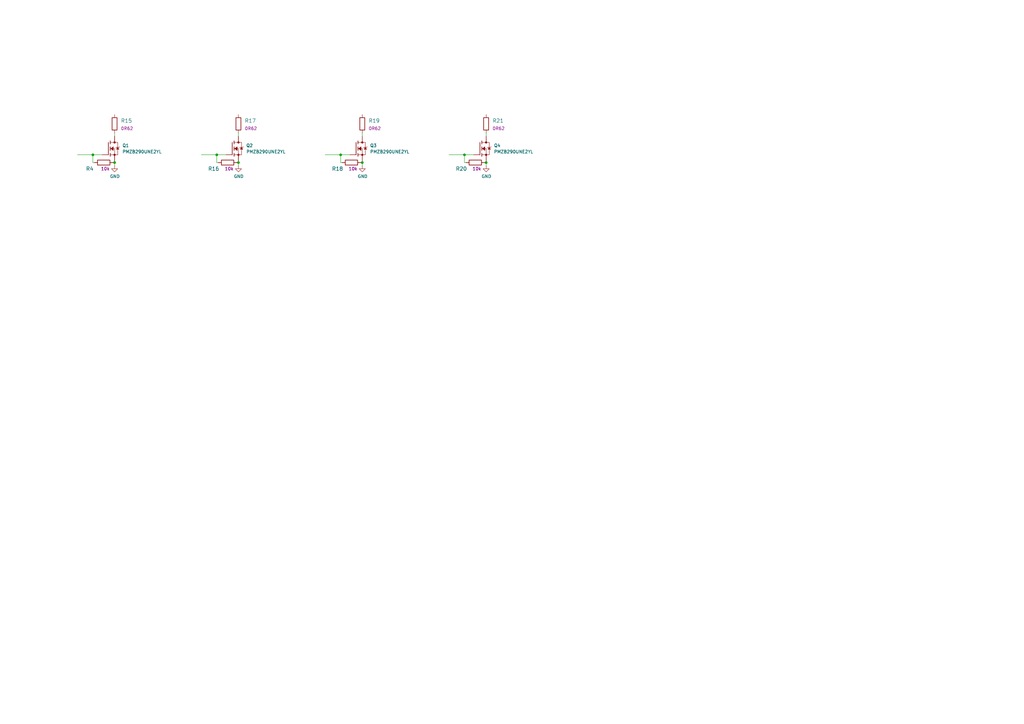
<source format=kicad_sch>
(kicad_sch (version 20211123) (generator eeschema)
  (paper "A3")
  (lib_symbols
    (symbol "antmicroResistors0402:R_10k_0402" (pin_names (offset 0))
      (property "Reference" "R" (at -1.397 3.429 0))
      (property "Val" "10k" (at 0 -2.54 0))
      (symbol "R_10k_0402_1_1"
        (rectangle (start 2.54 -1.016) (end -2.54 1.016) (stroke (width 0.254)))
        (pin passive line (at -3.81 0 0) (length 1.27) (name "~") (number "1"))
        (pin passive line (at 3.81 0 180) (length 1.27) (name "~") (number "2"))
      )
    )
    (symbol "antmicroResistors0603:R_0R62_0603" (pin_names (offset 0))
      (property "Reference" "R" (at -1.397 3.429 0))
      (property "Val" "0R62" (at 0 -2.54 0))
      (symbol "R_0R62_0603_1_1"
        (rectangle (start 2.54 -1.016) (end -2.54 1.016) (stroke (width 0.254)))
        (pin passive line (at -3.81 0 0) (length 1.27) (name "~") (number "1"))
        (pin passive line (at 3.81 0 180) (length 1.27) (name "~") (number "2"))
      )
    )
    (symbol "antmicroTransistorsFETsMOSFETsSingle:PMZB290UNE2YL" (pin_numbers hide) (pin_names (offset 1.016) hide)
      (property "Reference" "Q" (at 6.35 5.08 0))
      (property "Value" "PMZB290UNE2YL" (at 13.97 1.27 0))
      (symbol "PMZB290UNE2YL_0_0"
        (polyline (pts (xy 0 2.54) (xy 0 -2.54)) (stroke (width 0.254)))
        (polyline (pts (xy 0.762 -2.54) (xy 0.762 -3.175)) (stroke (width 0.254)))
        (polyline (pts (xy 0.762 -1.905) (xy 0.762 -2.54)) (stroke (width 0.254)))
        (polyline (pts (xy 0.762 0) (xy 0.762 -0.762)) (stroke (width 0.254)))
        (polyline (pts (xy 0.762 0) (xy 2.54 0)) (stroke (width 0.1524)))
        (polyline (pts (xy 0.762 0.762) (xy 0.762 0)) (stroke (width 0.254)))
        (polyline (pts (xy 0.762 2.54) (xy 0.762 1.905)) (stroke (width 0.254)))
        (polyline (pts (xy 0.762 2.54) (xy 3.81 2.54)) (stroke (width 0.1524)))
        (polyline (pts (xy 0.762 3.175) (xy 0.762 2.54)) (stroke (width 0.254)))
        (polyline (pts (xy 2.032 -0.762) (xy 1.0668 -0.0508)))
        (polyline (pts (xy 2.54 -2.54) (xy 0.762 -2.54)) (stroke (width 0.1524)))
        (polyline (pts (xy 2.54 -2.54) (xy 3.81 -2.54)) (stroke (width 0.1524)))
        (polyline (pts (xy 2.54 0) (xy 2.54 -2.54)) (stroke (width 0.1524)))
        (polyline (pts (xy 3.302 0.508) (xy 3.048 0.254)) (stroke (width 0.1524)))
        (polyline (pts (xy 3.81 0.508) (xy 3.302 0.508)) (stroke (width 0.1524)))
        (polyline (pts (xy 3.81 0.508) (xy 3.81 -2.54)) (stroke (width 0.1524)))
        (polyline (pts (xy 3.81 2.54) (xy 3.81 0.508)) (stroke (width 0.1524)))
        (polyline (pts (xy 4.318 0.508) (xy 3.81 0.508)) (stroke (width 0.1524)))
        (polyline (pts (xy 4.3434 -0.254) (xy 3.8608 0.4318)))
        (polyline (pts (xy 4.572 0.762) (xy 4.318 0.508)) (stroke (width 0.1524)))
        (polyline (pts (xy 1.016 0) (xy 2.032 0.762) (xy 2.032 -0.762)) (stroke (width 0.1524)) (fill (type outline)))
        (polyline (pts (xy 3.81 0.508) (xy 3.302 -0.254) (xy 4.318 -0.254)) (stroke (width 0.1524)) (fill (type outline)))
        (circle (center 2.54 -2.54) (radius 0.3556) (fill (type outline)))
        (circle (center 2.54 2.54) (radius 0.3556) (fill (type outline)))
        (pin passive line (at -2.54 -2.54 0) (length 2.54) (name "G") (number "1"))
        (pin passive line (at 2.54 -5.08 90) (length 2.54) (name "S") (number "2"))
        (pin passive line (at 2.54 5.08 270) (length 2.54) (name "D") (number "3"))
      )
    )
    (symbol "power:GND" (power) (pin_names (offset 0))
      (property "Value" "GND" (at 0 -3.81 0))
      (symbol "GND_0_1"
        (polyline (pts (xy 0 0) (xy 0 -1.27) (xy 1.27 -1.27) (xy 0 -2.54) (xy -1.27 -1.27) (xy 0 -1.27)))
      )
      (symbol "GND_1_1"
        (pin power_in line (at 0 0 270) (length 0) hide (name "GND") (number "1"))
      )
    )
  )
  (junction (at 190.5 63.5))
  (junction (at 148.59 66.675))
  (junction (at 46.99 66.675))
  (junction (at 38.1 63.5))
  (junction (at 97.79 66.675))
  (junction (at 139.7 63.5))
  (junction (at 199.39 66.675))
  (junction (at 88.9 63.5))
  (wire (pts (xy 148.59 54.61) (xy 148.59 55.88)))
  (wire (pts (xy 133.35 63.5) (xy 139.7 63.5)))
  (wire (pts (xy 184.15 63.5) (xy 190.5 63.5)))
  (wire (pts (xy 97.79 66.675) (xy 97.79 67.945)))
  (wire (pts (xy 148.59 66.675) (xy 148.59 66.04)))
  (wire (pts (xy 148.59 66.675) (xy 148.59 67.945)))
  (wire (pts (xy 46.99 54.61) (xy 46.99 55.88)))
  (wire (pts (xy 38.1 63.5) (xy 38.1 66.675)))
  (wire (pts (xy 191.135 66.675) (xy 190.5 66.675)))
  (wire (pts (xy 97.79 66.675) (xy 97.79 66.04)))
  (wire (pts (xy 140.335 66.675) (xy 139.7 66.675)))
  (wire (pts (xy 38.735 66.675) (xy 38.1 66.675)))
  (wire (pts (xy 88.9 63.5) (xy 88.9 66.675)))
  (wire (pts (xy 88.9 63.5) (xy 92.71 63.5)))
  (wire (pts (xy 97.155 66.675) (xy 97.79 66.675)))
  (wire (pts (xy 38.1 63.5) (xy 41.91 63.5)))
  (wire (pts (xy 199.39 66.675) (xy 199.39 67.945)))
  (wire (pts (xy 190.5 63.5) (xy 190.5 66.675)))
  (wire (pts (xy 198.755 66.675) (xy 199.39 66.675)))
  (wire (pts (xy 46.99 66.675) (xy 46.99 67.945)))
  (wire (pts (xy 82.55 63.5) (xy 88.9 63.5)))
  (wire (pts (xy 31.75 63.5) (xy 38.1 63.5)))
  (wire (pts (xy 46.99 66.675) (xy 46.99 66.04)))
  (wire (pts (xy 190.5 63.5) (xy 194.31 63.5)))
  (wire (pts (xy 147.955 66.675) (xy 148.59 66.675)))
  (wire (pts (xy 199.39 66.675) (xy 199.39 66.04)))
  (wire (pts (xy 46.355 66.675) (xy 46.99 66.675)))
  (wire (pts (xy 139.7 63.5) (xy 143.51 63.5)))
  (wire (pts (xy 199.39 54.61) (xy 199.39 55.88)))
  (wire (pts (xy 139.7 63.5) (xy 139.7 66.675)))
  (wire (pts (xy 89.535 66.675) (xy 88.9 66.675)))
  (wire (pts (xy 97.79 54.61) (xy 97.79 55.88)))
  (symbol (lib_id "antmicroTransistorsFETsMOSFETsSingle:PMZB290UNE2YL") (at 95.25 60.96 0) (unit 1)
    (property "Reference" "Q2" (at 100.965 59.6899 0) (effects (justify left)))
    (property "Value" "PMZB290UNE2YL" (at 100.965 62.2299 0) (effects (justify left)))
    (property "Footprint" "antmicro-footprints:SOT-883" (effects hide))
    (property "Datasheet" "https://d1d2qsbl8m0m72.cloudfront.net/en/products/databook/datasheet/discrete/transistor/mosfet/rv1c002un-e.pdf" (effects hide))
    (property "MPN" "PMZB290UNE2YL" (effects hide))
    (property "Manufacturer" "Nexperia" (effects hide))
  )
  (symbol (lib_id "antmicroResistors0402:R_10k_0402") (at 93.345 66.675 180) (unit 1)
    (property "Reference" "R16" (at 87.63 69.215 0) (effects (font (size 1.524 1.524))))
    (property "Value" "R_10k_0402" (effects hide))
    (property "Footprint" "antmicro-footprints:0402-res" (effects hide))
    (property "Manufacturer" "VISHAY" (effects hide))
    (property "MPN" "CRCW040210K0FKEDHP" (effects hide))
    (property "Val" "10k" (at 93.98 69.215 0))
  )
  (symbol (lib_id "power:GND") (at 148.59 67.945 0) (unit 1)
    (property "Reference" "#PWR0147" (effects hide))
    (property "Value" "GND" (at 148.717 72.3392 0))
  )
  (symbol (lib_id "antmicroTransistorsFETsMOSFETsSingle:PMZB290UNE2YL") (at 196.85 60.96 0) (unit 1)
    (property "Reference" "Q4" (at 202.565 59.6899 0) (effects (justify left)))
    (property "Value" "PMZB290UNE2YL" (at 202.565 62.2299 0) (effects (justify left)))
    (property "Footprint" "antmicro-footprints:SOT-883" (effects hide))
    (property "Datasheet" "https://d1d2qsbl8m0m72.cloudfront.net/en/products/databook/datasheet/discrete/transistor/mosfet/rv1c002un-e.pdf" (effects hide))
    (property "MPN" "PMZB290UNE2YL" (effects hide))
    (property "Manufacturer" "Nexperia" (effects hide))
  )
  (symbol (lib_id "power:GND") (at 97.79 67.945 0) (unit 1)
    (property "Reference" "#PWR0145" (effects hide))
    (property "Value" "GND" (at 97.917 72.3392 0))
  )
  (symbol (lib_id "antmicroResistors0603:R_0R62_0603") (at 46.99 50.8 90) (unit 1)
    (property "Reference" "R15" (at 49.53 49.53 90) (effects (font (size 1.524 1.524)) (justify right)))
    (property "Value" "R_0R62_0603" (effects hide))
    (property "Footprint" "antmicro-footprints:0603-res" (effects hide))
    (property "Manufacturer" "BOURNS" (effects hide))
    (property "MPN" "CRL0603-FW-R620ELF " (effects hide))
    (property "Val" "0R62" (at 49.53 52.7049 90) (effects (justify right)))
  )
  (symbol (lib_id "antmicroTransistorsFETsMOSFETsSingle:PMZB290UNE2YL") (at 44.45 60.96 0) (unit 1)
    (property "Reference" "Q1" (at 50.165 59.6899 0) (effects (justify left)))
    (property "Value" "PMZB290UNE2YL" (at 50.165 62.2299 0) (effects (justify left)))
    (property "Footprint" "antmicro-footprints:SOT-883" (effects hide))
    (property "Datasheet" "https://d1d2qsbl8m0m72.cloudfront.net/en/products/databook/datasheet/discrete/transistor/mosfet/rv1c002un-e.pdf" (effects hide))
    (property "MPN" "PMZB290UNE2YL" (effects hide))
    (property "Manufacturer" "Nexperia" (effects hide))
  )
  (symbol (lib_id "antmicroResistors0402:R_10k_0402") (at 42.545 66.675 180) (unit 1)
    (property "Reference" "R4" (at 36.83 69.215 0) (effects (font (size 1.524 1.524))))
    (property "Value" "R_10k_0402" (effects hide))
    (property "Footprint" "antmicro-footprints:0402-res" (effects hide))
    (property "Manufacturer" "VISHAY" (effects hide))
    (property "MPN" "CRCW040210K0FKEDHP" (effects hide))
    (property "Val" "10k" (at 43.18 69.215 0))
  )
  (symbol (lib_id "antmicroResistors0603:R_0R62_0603") (at 199.39 50.8 90) (unit 1)
    (property "Reference" "R21" (at 201.93 49.53 90) (effects (font (size 1.524 1.524)) (justify right)))
    (property "Value" "R_0R62_0603" (effects hide))
    (property "Footprint" "antmicro-footprints:0603-res" (effects hide))
    (property "Manufacturer" "BOURNS" (effects hide))
    (property "MPN" "CRL0603-FW-R620ELF " (effects hide))
    (property "Val" "0R62" (at 201.93 52.7049 90) (effects (justify right)))
  )
  (symbol (lib_id "antmicroResistors0603:R_0R62_0603") (at 148.59 50.8 90) (unit 1)
    (property "Reference" "R19" (at 151.13 49.53 90) (effects (font (size 1.524 1.524)) (justify right)))
    (property "Value" "R_0R62_0603" (effects hide))
    (property "Footprint" "antmicro-footprints:0603-res" (effects hide))
    (property "Manufacturer" "BOURNS" (effects hide))
    (property "MPN" "CRL0603-FW-R620ELF " (effects hide))
    (property "Val" "0R62" (at 151.13 52.7049 90) (effects (justify right)))
  )
  (symbol (lib_id "antmicroResistors0402:R_10k_0402") (at 194.945 66.675 180) (unit 1)
    (property "Reference" "R20" (at 189.23 69.215 0) (effects (font (size 1.524 1.524))))
    (property "Value" "R_10k_0402" (effects hide))
    (property "Footprint" "antmicro-footprints:0402-res" (effects hide))
    (property "Manufacturer" "VISHAY" (effects hide))
    (property "MPN" "CRCW040210K0FKEDHP" (effects hide))
    (property "Val" "10k" (at 195.58 69.215 0))
  )
  (symbol (lib_id "antmicroResistors0402:R_10k_0402") (at 144.145 66.675 180) (unit 1)
    (property "Reference" "R18" (at 138.43 69.215 0) (effects (font (size 1.524 1.524))))
    (property "Value" "R_10k_0402" (effects hide))
    (property "Footprint" "antmicro-footprints:0402-res" (effects hide))
    (property "Manufacturer" "VISHAY" (effects hide))
    (property "MPN" "CRCW040210K0FKEDHP" (effects hide))
    (property "Val" "10k" (at 144.78 69.215 0))
  )
  (symbol (lib_id "power:GND") (at 46.99 67.945 0) (unit 1)
    (property "Reference" "#PWR0146" (effects hide))
    (property "Value" "GND" (at 47.117 72.3392 0))
  )
  (symbol (lib_id "antmicroTransistorsFETsMOSFETsSingle:PMZB290UNE2YL") (at 146.05 60.96 0) (unit 1)
    (property "Reference" "Q3" (at 151.765 59.6899 0) (effects (justify left)))
    (property "Value" "PMZB290UNE2YL" (at 151.765 62.2299 0) (effects (justify left)))
    (property "Footprint" "antmicro-footprints:SOT-883" (effects hide))
    (property "Datasheet" "https://d1d2qsbl8m0m72.cloudfront.net/en/products/databook/datasheet/discrete/transistor/mosfet/rv1c002un-e.pdf" (effects hide))
    (property "MPN" "PMZB290UNE2YL" (effects hide))
    (property "Manufacturer" "Nexperia" (effects hide))
  )
  (symbol (lib_id "power:GND") (at 199.39 67.945 0) (unit 1)
    (property "Reference" "#PWR0148" (effects hide))
    (property "Value" "GND" (at 199.517 72.3392 0))
  )
  (symbol (lib_id "antmicroResistors0603:R_0R62_0603") (at 97.79 50.8 90) (unit 1)
    (property "Reference" "R17" (at 100.33 49.53 90) (effects (font (size 1.524 1.524)) (justify right)))
    (property "Value" "R_0R62_0603" (effects hide))
    (property "Footprint" "antmicro-footprints:0603-res" (effects hide))
    (property "Manufacturer" "BOURNS" (effects hide))
    (property "MPN" "CRL0603-FW-R620ELF " (effects hide))
    (property "Val" "0R62" (at 100.33 52.7049 90) (effects (justify right)))
  )
)
</source>
